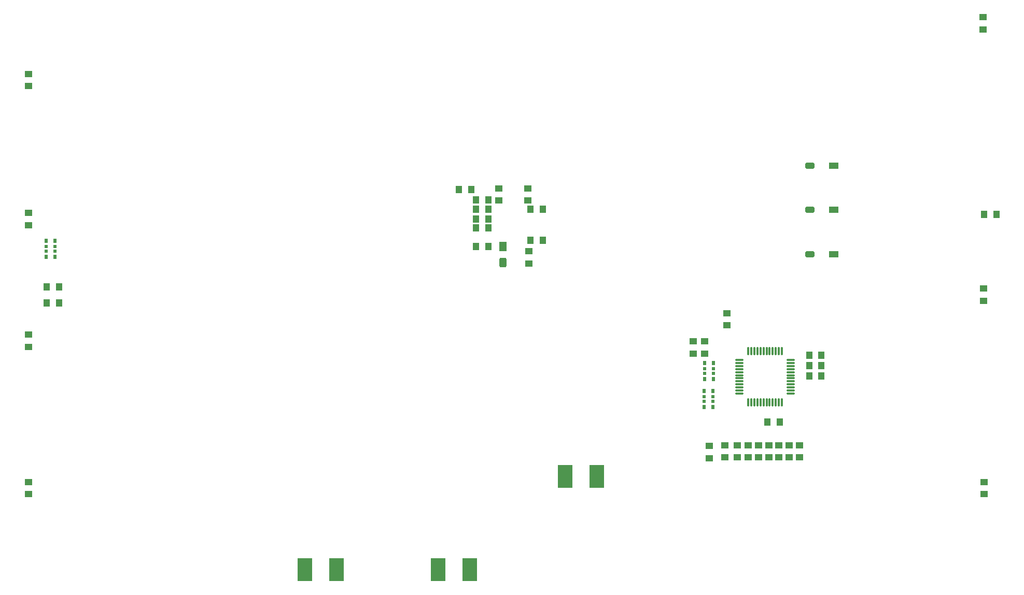
<source format=gtp>
G04*
G04 #@! TF.GenerationSoftware,Altium Limited,Altium Designer,19.1.5 (86)*
G04*
G04 Layer_Color=8421504*
%FSLAX44Y44*%
%MOMM*%
G71*
G01*
G75*
%ADD20R,1.0000X1.3000*%
G04:AMPARAMS|DCode=21|XSize=1.6mm|YSize=1.2mm|CornerRadius=0.3mm|HoleSize=0mm|Usage=FLASHONLY|Rotation=90.000|XOffset=0mm|YOffset=0mm|HoleType=Round|Shape=RoundedRectangle|*
%AMROUNDEDRECTD21*
21,1,1.6000,0.6000,0,0,90.0*
21,1,1.0000,1.2000,0,0,90.0*
1,1,0.6000,0.3000,0.5000*
1,1,0.6000,0.3000,-0.5000*
1,1,0.6000,-0.3000,-0.5000*
1,1,0.6000,-0.3000,0.5000*
%
%ADD21ROUNDEDRECTD21*%
%ADD22R,1.2000X1.6000*%
%ADD23R,1.3000X1.0000*%
%ADD24R,0.6000X0.6500*%
%ADD25R,0.6000X0.5500*%
%ADD26R,2.4500X3.7000*%
%ADD27R,1.5000X1.0000*%
G04:AMPARAMS|DCode=28|XSize=1mm|YSize=1.5mm|CornerRadius=0.25mm|HoleSize=0mm|Usage=FLASHONLY|Rotation=270.000|XOffset=0mm|YOffset=0mm|HoleType=Round|Shape=RoundedRectangle|*
%AMROUNDEDRECTD28*
21,1,1.0000,1.0000,0,0,270.0*
21,1,0.5000,1.5000,0,0,270.0*
1,1,0.5000,-0.5000,-0.2500*
1,1,0.5000,-0.5000,0.2500*
1,1,0.5000,0.5000,0.2500*
1,1,0.5000,0.5000,-0.2500*
%
%ADD28ROUNDEDRECTD28*%
%ADD29O,0.3000X1.4000*%
%ADD30O,1.4000X0.3000*%
D20*
X2087000Y2048000D02*
D03*
X2067000D02*
D03*
X1978000Y2038000D02*
D03*
X1998000D02*
D03*
X1998000Y2068000D02*
D03*
X1978000D02*
D03*
X2067000Y2099000D02*
D03*
X2087000D02*
D03*
X1998000Y2083000D02*
D03*
X1978000D02*
D03*
X1950000Y2131000D02*
D03*
X1970000D02*
D03*
X1978000Y2099000D02*
D03*
X1998000D02*
D03*
Y2114000D02*
D03*
X1978000D02*
D03*
X2828000Y2090000D02*
D03*
X2808000D02*
D03*
X1297000Y1946000D02*
D03*
X1277000D02*
D03*
X1297000Y1972000D02*
D03*
X1277000D02*
D03*
X2522000Y1843000D02*
D03*
X2542000D02*
D03*
Y1860000D02*
D03*
X2522000D02*
D03*
Y1826000D02*
D03*
X2542000D02*
D03*
X2454000Y1751000D02*
D03*
X2474000D02*
D03*
D21*
X2022000Y2012000D02*
D03*
D22*
Y2038000D02*
D03*
D23*
X2064000Y2030000D02*
D03*
Y2010000D02*
D03*
X2063000Y2133000D02*
D03*
Y2113000D02*
D03*
X2015000D02*
D03*
Y2133000D02*
D03*
X2808000Y1633000D02*
D03*
Y1653000D02*
D03*
X2807000Y1969000D02*
D03*
Y1949000D02*
D03*
X2806000Y2413000D02*
D03*
Y2393000D02*
D03*
X1247000Y1633000D02*
D03*
Y1653000D02*
D03*
Y1874000D02*
D03*
Y1894000D02*
D03*
Y2073000D02*
D03*
Y2093000D02*
D03*
Y2300000D02*
D03*
Y2320000D02*
D03*
X2333000Y1883000D02*
D03*
Y1863000D02*
D03*
X2384500Y1693000D02*
D03*
Y1713000D02*
D03*
X2359062Y1691751D02*
D03*
Y1711751D02*
D03*
X2506000Y1713000D02*
D03*
Y1693000D02*
D03*
X2489000D02*
D03*
Y1713000D02*
D03*
X2456000Y1693000D02*
D03*
Y1713000D02*
D03*
X2387600Y1908810D02*
D03*
Y1928810D02*
D03*
X2351000Y1883000D02*
D03*
Y1863000D02*
D03*
X2472000Y1693000D02*
D03*
Y1713000D02*
D03*
X2422000D02*
D03*
Y1693000D02*
D03*
X2405000Y1713000D02*
D03*
Y1693000D02*
D03*
X2439000D02*
D03*
Y1713000D02*
D03*
D24*
X1290750Y2021000D02*
D03*
X1276000Y2047000D02*
D03*
Y2021000D02*
D03*
X1290750Y2047000D02*
D03*
X2351250Y1847500D02*
D03*
X2366000Y1821500D02*
D03*
Y1847500D02*
D03*
X2351250Y1821500D02*
D03*
X2350250Y1801500D02*
D03*
X2365000Y1775500D02*
D03*
Y1801500D02*
D03*
X2350250Y1775500D02*
D03*
D25*
X1290750Y2030000D02*
D03*
X1276000Y2038000D02*
D03*
Y2030000D02*
D03*
X1290750Y2038000D02*
D03*
X2351250Y1838500D02*
D03*
X2366000Y1830500D02*
D03*
Y1838500D02*
D03*
X2351250Y1830500D02*
D03*
X2350250Y1792500D02*
D03*
X2365000Y1784500D02*
D03*
Y1792500D02*
D03*
X2350250Y1784500D02*
D03*
D26*
X2123500Y1662000D02*
D03*
X2175000D02*
D03*
X1698500Y1509780D02*
D03*
X1750000D02*
D03*
X1916500D02*
D03*
X1968000D02*
D03*
D27*
X2562000Y2098000D02*
D03*
Y2170000D02*
D03*
X2562000Y2025000D02*
D03*
D28*
X2523510Y2098000D02*
D03*
Y2170000D02*
D03*
X2523510Y2025000D02*
D03*
D29*
X2422500Y1783000D02*
D03*
X2427500D02*
D03*
X2432500D02*
D03*
X2437500D02*
D03*
X2442500D02*
D03*
X2447500D02*
D03*
X2452500D02*
D03*
X2457500D02*
D03*
X2462500D02*
D03*
X2467500D02*
D03*
X2472500D02*
D03*
X2477500D02*
D03*
Y1867000D02*
D03*
X2472500D02*
D03*
X2467500D02*
D03*
X2462500D02*
D03*
X2457500D02*
D03*
X2452500D02*
D03*
X2447500D02*
D03*
X2442500D02*
D03*
X2437500D02*
D03*
X2432500D02*
D03*
X2427500D02*
D03*
X2422500D02*
D03*
D30*
X2492000Y1797500D02*
D03*
Y1802500D02*
D03*
Y1807500D02*
D03*
Y1812500D02*
D03*
Y1817500D02*
D03*
Y1822500D02*
D03*
Y1827500D02*
D03*
Y1832500D02*
D03*
Y1837500D02*
D03*
Y1842500D02*
D03*
Y1847500D02*
D03*
Y1852500D02*
D03*
X2408000D02*
D03*
Y1847500D02*
D03*
Y1842500D02*
D03*
Y1837500D02*
D03*
Y1832500D02*
D03*
Y1827500D02*
D03*
Y1822500D02*
D03*
Y1817500D02*
D03*
Y1812500D02*
D03*
Y1807500D02*
D03*
Y1802500D02*
D03*
Y1797500D02*
D03*
M02*

</source>
